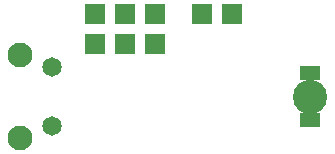
<source format=gbr>
G04 #@! TF.FileFunction,Soldermask,Top*
%FSLAX46Y46*%
G04 Gerber Fmt 4.6, Leading zero omitted, Abs format (unit mm)*
G04 Created by KiCad (PCBNEW 4.1.0-alpha+201607041450+6962~46~ubuntu16.04.1-product) date Tue Jul  5 21:19:18 2016*
%MOMM*%
%LPD*%
G01*
G04 APERTURE LIST*
%ADD10C,0.500000*%
%ADD11C,2.900000*%
%ADD12R,1.724000X1.724000*%
%ADD13C,1.650000*%
%ADD14C,2.100000*%
%ADD15R,1.700000X1.250000*%
G04 APERTURE END LIST*
D10*
D11*
X26670000Y10000000D03*
D12*
X8445500Y14478000D03*
X8445500Y17018000D03*
X10985500Y14478000D03*
X10985500Y17018000D03*
X13525500Y14478000D03*
X13525500Y17018000D03*
X20066000Y17018000D03*
X17526000Y17018000D03*
D13*
X4859000Y7500000D03*
X4859000Y12500000D03*
D14*
X2159000Y13500000D03*
X2159000Y6500000D03*
D15*
X26670000Y8000000D03*
X26670000Y12000000D03*
D11*
X26670000Y10000000D03*
M02*

</source>
